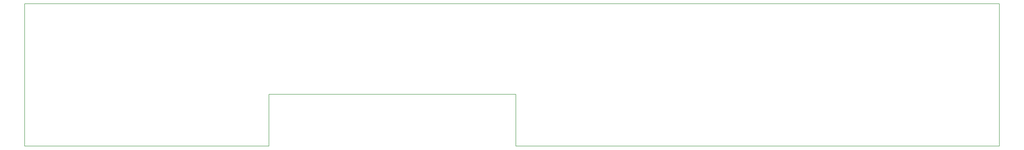
<source format=gm1>
G04 MADE WITH FRITZING*
G04 WWW.FRITZING.ORG*
G04 DOUBLE SIDED*
G04 HOLES PLATED*
G04 CONTOUR ON CENTER OF CONTOUR VECTOR*
%ASAXBY*%
%FSLAX23Y23*%
%MOIN*%
%OFA0B0*%
%SFA1.0B1.0*%
%ADD10C,0.008*%
%LNCONTOUR*%
G90*
G70*
G54D10*
X14764Y0D02*
X7441Y0D01*
X7441Y787D01*
X3701Y787D01*
X3701Y0D01*
X0Y0D01*
X0Y2165D01*
X14764Y2165D01*
X14764Y0D01*
D02*
G04 End of contour*
M02*
</source>
